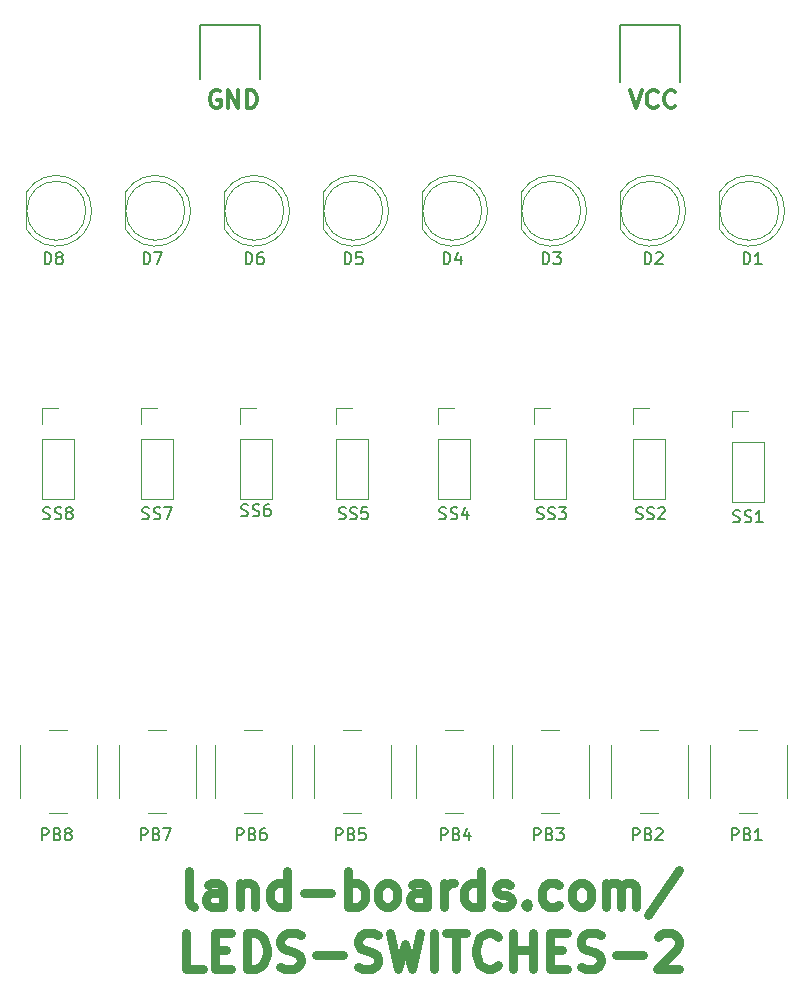
<source format=gbr>
G04 #@! TF.GenerationSoftware,KiCad,Pcbnew,(5.0.2)-1*
G04 #@! TF.CreationDate,2021-06-23T11:48:33-04:00*
G04 #@! TF.ProjectId,LEDS-SWITCHES _2,4c454453-2d53-4574-9954-43484553205f,2*
G04 #@! TF.SameCoordinates,Original*
G04 #@! TF.FileFunction,Legend,Top*
G04 #@! TF.FilePolarity,Positive*
%FSLAX46Y46*%
G04 Gerber Fmt 4.6, Leading zero omitted, Abs format (unit mm)*
G04 Created by KiCad (PCBNEW (5.0.2)-1) date 6/23/2021 11:48:33 AM*
%MOMM*%
%LPD*%
G01*
G04 APERTURE LIST*
%ADD10C,0.200000*%
%ADD11C,0.300000*%
%ADD12C,0.750000*%
%ADD13C,0.120000*%
%ADD14C,0.150000*%
G04 APERTURE END LIST*
D10*
X44958000Y-21336000D02*
X44958000Y-25908000D01*
X39878000Y-21336000D02*
X44958000Y-21336000D01*
X39878000Y-25908000D02*
X39878000Y-21336000D01*
X80518000Y-21336000D02*
X80518000Y-26162000D01*
X75438000Y-21336000D02*
X80518000Y-21336000D01*
X75438000Y-26162000D02*
X75438000Y-21336000D01*
D11*
X76232000Y-26864571D02*
X76732000Y-28364571D01*
X77232000Y-26864571D01*
X78589142Y-28221714D02*
X78517714Y-28293142D01*
X78303428Y-28364571D01*
X78160571Y-28364571D01*
X77946285Y-28293142D01*
X77803428Y-28150285D01*
X77732000Y-28007428D01*
X77660571Y-27721714D01*
X77660571Y-27507428D01*
X77732000Y-27221714D01*
X77803428Y-27078857D01*
X77946285Y-26936000D01*
X78160571Y-26864571D01*
X78303428Y-26864571D01*
X78517714Y-26936000D01*
X78589142Y-27007428D01*
X80089142Y-28221714D02*
X80017714Y-28293142D01*
X79803428Y-28364571D01*
X79660571Y-28364571D01*
X79446285Y-28293142D01*
X79303428Y-28150285D01*
X79232000Y-28007428D01*
X79160571Y-27721714D01*
X79160571Y-27507428D01*
X79232000Y-27221714D01*
X79303428Y-27078857D01*
X79446285Y-26936000D01*
X79660571Y-26864571D01*
X79803428Y-26864571D01*
X80017714Y-26936000D01*
X80089142Y-27007428D01*
X41529142Y-26936000D02*
X41386285Y-26864571D01*
X41172000Y-26864571D01*
X40957714Y-26936000D01*
X40814857Y-27078857D01*
X40743428Y-27221714D01*
X40672000Y-27507428D01*
X40672000Y-27721714D01*
X40743428Y-28007428D01*
X40814857Y-28150285D01*
X40957714Y-28293142D01*
X41172000Y-28364571D01*
X41314857Y-28364571D01*
X41529142Y-28293142D01*
X41600571Y-28221714D01*
X41600571Y-27721714D01*
X41314857Y-27721714D01*
X42243428Y-28364571D02*
X42243428Y-26864571D01*
X43100571Y-28364571D01*
X43100571Y-26864571D01*
X43814857Y-28364571D02*
X43814857Y-26864571D01*
X44172000Y-26864571D01*
X44386285Y-26936000D01*
X44529142Y-27078857D01*
X44600571Y-27221714D01*
X44672000Y-27507428D01*
X44672000Y-27721714D01*
X44600571Y-28007428D01*
X44529142Y-28150285D01*
X44386285Y-28293142D01*
X44172000Y-28364571D01*
X43814857Y-28364571D01*
D12*
X39364578Y-96014143D02*
X39078863Y-95871286D01*
X38936006Y-95585572D01*
X38936006Y-93014144D01*
X41793148Y-96014143D02*
X41793148Y-94442715D01*
X41650291Y-94157001D01*
X41364577Y-94014144D01*
X40793149Y-94014144D01*
X40507434Y-94157001D01*
X41793148Y-95871286D02*
X41507434Y-96014143D01*
X40793149Y-96014143D01*
X40507434Y-95871286D01*
X40364577Y-95585572D01*
X40364577Y-95299857D01*
X40507434Y-95014143D01*
X40793149Y-94871286D01*
X41507434Y-94871286D01*
X41793148Y-94728429D01*
X43221719Y-94014144D02*
X43221719Y-96014143D01*
X43221719Y-94299858D02*
X43364576Y-94157001D01*
X43650290Y-94014144D01*
X44078862Y-94014144D01*
X44364576Y-94157001D01*
X44507433Y-94442715D01*
X44507433Y-96014143D01*
X47221718Y-96014143D02*
X47221718Y-93014144D01*
X47221718Y-95871286D02*
X46936004Y-96014143D01*
X46364575Y-96014143D01*
X46078861Y-95871286D01*
X45936004Y-95728429D01*
X45793147Y-95442715D01*
X45793147Y-94585572D01*
X45936004Y-94299858D01*
X46078861Y-94157001D01*
X46364575Y-94014144D01*
X46936004Y-94014144D01*
X47221718Y-94157001D01*
X48650289Y-94871286D02*
X50936002Y-94871286D01*
X52364573Y-96014143D02*
X52364573Y-93014144D01*
X52364573Y-94157001D02*
X52650287Y-94014144D01*
X53221716Y-94014144D01*
X53507430Y-94157001D01*
X53650287Y-94299858D01*
X53793144Y-94585572D01*
X53793144Y-95442715D01*
X53650287Y-95728429D01*
X53507430Y-95871286D01*
X53221716Y-96014143D01*
X52650287Y-96014143D01*
X52364573Y-95871286D01*
X55507429Y-96014143D02*
X55221715Y-95871286D01*
X55078858Y-95728429D01*
X54936001Y-95442715D01*
X54936001Y-94585572D01*
X55078858Y-94299858D01*
X55221715Y-94157001D01*
X55507429Y-94014144D01*
X55936001Y-94014144D01*
X56221715Y-94157001D01*
X56364572Y-94299858D01*
X56507429Y-94585572D01*
X56507429Y-95442715D01*
X56364572Y-95728429D01*
X56221715Y-95871286D01*
X55936001Y-96014143D01*
X55507429Y-96014143D01*
X59078857Y-96014143D02*
X59078857Y-94442715D01*
X58936000Y-94157001D01*
X58650285Y-94014144D01*
X58078857Y-94014144D01*
X57793143Y-94157001D01*
X59078857Y-95871286D02*
X58793143Y-96014143D01*
X58078857Y-96014143D01*
X57793143Y-95871286D01*
X57650286Y-95585572D01*
X57650286Y-95299857D01*
X57793143Y-95014143D01*
X58078857Y-94871286D01*
X58793143Y-94871286D01*
X59078857Y-94728429D01*
X60507428Y-96014143D02*
X60507428Y-94014144D01*
X60507428Y-94585572D02*
X60650285Y-94299858D01*
X60793142Y-94157001D01*
X61078856Y-94014144D01*
X61364570Y-94014144D01*
X63650284Y-96014143D02*
X63650284Y-93014144D01*
X63650284Y-95871286D02*
X63364570Y-96014143D01*
X62793141Y-96014143D01*
X62507427Y-95871286D01*
X62364570Y-95728429D01*
X62221713Y-95442715D01*
X62221713Y-94585572D01*
X62364570Y-94299858D01*
X62507427Y-94157001D01*
X62793141Y-94014144D01*
X63364570Y-94014144D01*
X63650284Y-94157001D01*
X64935998Y-95871286D02*
X65221712Y-96014143D01*
X65793140Y-96014143D01*
X66078854Y-95871286D01*
X66221712Y-95585572D01*
X66221712Y-95442715D01*
X66078854Y-95157000D01*
X65793140Y-95014143D01*
X65364569Y-95014143D01*
X65078855Y-94871286D01*
X64935998Y-94585572D01*
X64935998Y-94442715D01*
X65078855Y-94157001D01*
X65364569Y-94014144D01*
X65793140Y-94014144D01*
X66078854Y-94157001D01*
X67507425Y-95728429D02*
X67650282Y-95871286D01*
X67507425Y-96014143D01*
X67364568Y-95871286D01*
X67507425Y-95728429D01*
X67507425Y-96014143D01*
X70221710Y-95871286D02*
X69935996Y-96014143D01*
X69364568Y-96014143D01*
X69078853Y-95871286D01*
X68935996Y-95728429D01*
X68793139Y-95442715D01*
X68793139Y-94585572D01*
X68935996Y-94299858D01*
X69078853Y-94157001D01*
X69364568Y-94014144D01*
X69935996Y-94014144D01*
X70221710Y-94157001D01*
X71935995Y-96014143D02*
X71650281Y-95871286D01*
X71507424Y-95728429D01*
X71364567Y-95442715D01*
X71364567Y-94585572D01*
X71507424Y-94299858D01*
X71650281Y-94157001D01*
X71935995Y-94014144D01*
X72364567Y-94014144D01*
X72650281Y-94157001D01*
X72793138Y-94299858D01*
X72935995Y-94585572D01*
X72935995Y-95442715D01*
X72793138Y-95728429D01*
X72650281Y-95871286D01*
X72364567Y-96014143D01*
X71935995Y-96014143D01*
X74221709Y-96014143D02*
X74221709Y-94014144D01*
X74221709Y-94299858D02*
X74364566Y-94157001D01*
X74650280Y-94014144D01*
X75078851Y-94014144D01*
X75364566Y-94157001D01*
X75507423Y-94442715D01*
X75507423Y-96014143D01*
X75507423Y-94442715D02*
X75650280Y-94157001D01*
X75935994Y-94014144D01*
X76364565Y-94014144D01*
X76650279Y-94157001D01*
X76793137Y-94442715D01*
X76793137Y-96014143D01*
X80364564Y-92871287D02*
X77793136Y-96728428D01*
X40078863Y-101264142D02*
X38650292Y-101264142D01*
X38650292Y-98264143D01*
X41078863Y-99692714D02*
X42078862Y-99692714D01*
X42507434Y-101264142D02*
X41078863Y-101264142D01*
X41078863Y-98264143D01*
X42507434Y-98264143D01*
X43793148Y-101264142D02*
X43793148Y-98264143D01*
X44507433Y-98264143D01*
X44936004Y-98407000D01*
X45221719Y-98692714D01*
X45364576Y-98978428D01*
X45507433Y-99549857D01*
X45507433Y-99978428D01*
X45364576Y-100549856D01*
X45221719Y-100835571D01*
X44936004Y-101121285D01*
X44507433Y-101264142D01*
X43793148Y-101264142D01*
X46650289Y-101121285D02*
X47078861Y-101264142D01*
X47793146Y-101264142D01*
X48078860Y-101121285D01*
X48221718Y-100978428D01*
X48364575Y-100692714D01*
X48364575Y-100406999D01*
X48221718Y-100121285D01*
X48078860Y-99978428D01*
X47793146Y-99835571D01*
X47221718Y-99692714D01*
X46936004Y-99549857D01*
X46793147Y-99407000D01*
X46650289Y-99121285D01*
X46650289Y-98835571D01*
X46793147Y-98549857D01*
X46936004Y-98407000D01*
X47221718Y-98264143D01*
X47936003Y-98264143D01*
X48364575Y-98407000D01*
X49650288Y-100121285D02*
X51936002Y-100121285D01*
X53221716Y-101121285D02*
X53650287Y-101264142D01*
X54364573Y-101264142D01*
X54650287Y-101121285D01*
X54793144Y-100978428D01*
X54936001Y-100692714D01*
X54936001Y-100406999D01*
X54793144Y-100121285D01*
X54650287Y-99978428D01*
X54364573Y-99835571D01*
X53793144Y-99692714D01*
X53507430Y-99549857D01*
X53364573Y-99407000D01*
X53221716Y-99121285D01*
X53221716Y-98835571D01*
X53364573Y-98549857D01*
X53507430Y-98407000D01*
X53793144Y-98264143D01*
X54507430Y-98264143D01*
X54936001Y-98407000D01*
X55936001Y-98264143D02*
X56650286Y-101264142D01*
X57221715Y-99121285D01*
X57793143Y-101264142D01*
X58507428Y-98264143D01*
X59650285Y-101264142D02*
X59650285Y-98264143D01*
X60650285Y-98264143D02*
X62364570Y-98264143D01*
X61507427Y-101264142D02*
X61507427Y-98264143D01*
X65078855Y-100978428D02*
X64935998Y-101121285D01*
X64507426Y-101264142D01*
X64221712Y-101264142D01*
X63793141Y-101121285D01*
X63507427Y-100835571D01*
X63364570Y-100549856D01*
X63221713Y-99978428D01*
X63221713Y-99549857D01*
X63364570Y-98978428D01*
X63507427Y-98692714D01*
X63793141Y-98407000D01*
X64221712Y-98264143D01*
X64507426Y-98264143D01*
X64935998Y-98407000D01*
X65078855Y-98549857D01*
X66364569Y-101264142D02*
X66364569Y-98264143D01*
X66364569Y-99692714D02*
X68078854Y-99692714D01*
X68078854Y-101264142D02*
X68078854Y-98264143D01*
X69507425Y-99692714D02*
X70507424Y-99692714D01*
X70935996Y-101264142D02*
X69507425Y-101264142D01*
X69507425Y-98264143D01*
X70935996Y-98264143D01*
X72078852Y-101121285D02*
X72507424Y-101264142D01*
X73221709Y-101264142D01*
X73507423Y-101121285D01*
X73650280Y-100978428D01*
X73793138Y-100692714D01*
X73793138Y-100406999D01*
X73650280Y-100121285D01*
X73507423Y-99978428D01*
X73221709Y-99835571D01*
X72650281Y-99692714D01*
X72364567Y-99549857D01*
X72221710Y-99407000D01*
X72078852Y-99121285D01*
X72078852Y-98835571D01*
X72221710Y-98549857D01*
X72364567Y-98407000D01*
X72650281Y-98264143D01*
X73364566Y-98264143D01*
X73793138Y-98407000D01*
X75078851Y-100121285D02*
X77364565Y-100121285D01*
X78650279Y-98549857D02*
X78793136Y-98407000D01*
X79078850Y-98264143D01*
X79793136Y-98264143D01*
X80078850Y-98407000D01*
X80221707Y-98549857D01*
X80364564Y-98835571D01*
X80364564Y-99121285D01*
X80221707Y-99549857D01*
X78507422Y-101264142D01*
X80364564Y-101264142D01*
D13*
G04 #@! TO.C,D1*
X83800000Y-35539000D02*
X83800000Y-38629000D01*
X88860000Y-37084000D02*
G75*
G03X88860000Y-37084000I-2500000J0D01*
G01*
X89350000Y-37083538D02*
G75*
G02X83800000Y-38628830I-2990000J-462D01*
G01*
X89350000Y-37084462D02*
G75*
G03X83800000Y-35539170I-2990000J462D01*
G01*
G04 #@! TO.C,D2*
X80968000Y-37084462D02*
G75*
G03X75418000Y-35539170I-2990000J462D01*
G01*
X80968000Y-37083538D02*
G75*
G02X75418000Y-38628830I-2990000J-462D01*
G01*
X80478000Y-37084000D02*
G75*
G03X80478000Y-37084000I-2500000J0D01*
G01*
X75418000Y-35539000D02*
X75418000Y-38629000D01*
G04 #@! TO.C,D3*
X72586000Y-37084462D02*
G75*
G03X67036000Y-35539170I-2990000J462D01*
G01*
X72586000Y-37083538D02*
G75*
G02X67036000Y-38628830I-2990000J-462D01*
G01*
X72096000Y-37084000D02*
G75*
G03X72096000Y-37084000I-2500000J0D01*
G01*
X67036000Y-35539000D02*
X67036000Y-38629000D01*
G04 #@! TO.C,D4*
X58654000Y-35539000D02*
X58654000Y-38629000D01*
X63714000Y-37084000D02*
G75*
G03X63714000Y-37084000I-2500000J0D01*
G01*
X64204000Y-37083538D02*
G75*
G02X58654000Y-38628830I-2990000J-462D01*
G01*
X64204000Y-37084462D02*
G75*
G03X58654000Y-35539170I-2990000J462D01*
G01*
G04 #@! TO.C,D5*
X55822000Y-37084462D02*
G75*
G03X50272000Y-35539170I-2990000J462D01*
G01*
X55822000Y-37083538D02*
G75*
G02X50272000Y-38628830I-2990000J-462D01*
G01*
X55332000Y-37084000D02*
G75*
G03X55332000Y-37084000I-2500000J0D01*
G01*
X50272000Y-35539000D02*
X50272000Y-38629000D01*
G04 #@! TO.C,D6*
X41890000Y-35539000D02*
X41890000Y-38629000D01*
X46950000Y-37084000D02*
G75*
G03X46950000Y-37084000I-2500000J0D01*
G01*
X47440000Y-37083538D02*
G75*
G02X41890000Y-38628830I-2990000J-462D01*
G01*
X47440000Y-37084462D02*
G75*
G03X41890000Y-35539170I-2990000J462D01*
G01*
G04 #@! TO.C,D7*
X39058000Y-37084462D02*
G75*
G03X33508000Y-35539170I-2990000J462D01*
G01*
X39058000Y-37083538D02*
G75*
G02X33508000Y-38628830I-2990000J-462D01*
G01*
X38568000Y-37084000D02*
G75*
G03X38568000Y-37084000I-2500000J0D01*
G01*
X33508000Y-35539000D02*
X33508000Y-38629000D01*
G04 #@! TO.C,D8*
X25126000Y-35539000D02*
X25126000Y-38629000D01*
X30186000Y-37084000D02*
G75*
G03X30186000Y-37084000I-2500000J0D01*
G01*
X30676000Y-37083538D02*
G75*
G02X25126000Y-38628830I-2990000J-462D01*
G01*
X30676000Y-37084462D02*
G75*
G03X25126000Y-35539170I-2990000J462D01*
G01*
G04 #@! TO.C,SS8*
X26483000Y-53788000D02*
X27813000Y-53788000D01*
X26483000Y-55118000D02*
X26483000Y-53788000D01*
X26483000Y-56388000D02*
X29143000Y-56388000D01*
X29143000Y-56388000D02*
X29143000Y-61528000D01*
X26483000Y-56388000D02*
X26483000Y-61528000D01*
X26483000Y-61528000D02*
X29143000Y-61528000D01*
G04 #@! TO.C,SS7*
X34865000Y-61528000D02*
X37525000Y-61528000D01*
X34865000Y-56388000D02*
X34865000Y-61528000D01*
X37525000Y-56388000D02*
X37525000Y-61528000D01*
X34865000Y-56388000D02*
X37525000Y-56388000D01*
X34865000Y-55118000D02*
X34865000Y-53788000D01*
X34865000Y-53788000D02*
X36195000Y-53788000D01*
G04 #@! TO.C,SS6*
X43247000Y-53788000D02*
X44577000Y-53788000D01*
X43247000Y-55118000D02*
X43247000Y-53788000D01*
X43247000Y-56388000D02*
X45907000Y-56388000D01*
X45907000Y-56388000D02*
X45907000Y-61528000D01*
X43247000Y-56388000D02*
X43247000Y-61528000D01*
X43247000Y-61528000D02*
X45907000Y-61528000D01*
G04 #@! TO.C,SS5*
X51375000Y-61528000D02*
X54035000Y-61528000D01*
X51375000Y-56388000D02*
X51375000Y-61528000D01*
X54035000Y-56388000D02*
X54035000Y-61528000D01*
X51375000Y-56388000D02*
X54035000Y-56388000D01*
X51375000Y-55118000D02*
X51375000Y-53788000D01*
X51375000Y-53788000D02*
X52705000Y-53788000D01*
G04 #@! TO.C,SS4*
X60011000Y-53788000D02*
X61341000Y-53788000D01*
X60011000Y-55118000D02*
X60011000Y-53788000D01*
X60011000Y-56388000D02*
X62671000Y-56388000D01*
X62671000Y-56388000D02*
X62671000Y-61528000D01*
X60011000Y-56388000D02*
X60011000Y-61528000D01*
X60011000Y-61528000D02*
X62671000Y-61528000D01*
G04 #@! TO.C,SS3*
X68139000Y-61528000D02*
X70799000Y-61528000D01*
X68139000Y-56388000D02*
X68139000Y-61528000D01*
X70799000Y-56388000D02*
X70799000Y-61528000D01*
X68139000Y-56388000D02*
X70799000Y-56388000D01*
X68139000Y-55118000D02*
X68139000Y-53788000D01*
X68139000Y-53788000D02*
X69469000Y-53788000D01*
G04 #@! TO.C,SS2*
X76521000Y-53788000D02*
X77851000Y-53788000D01*
X76521000Y-55118000D02*
X76521000Y-53788000D01*
X76521000Y-56388000D02*
X79181000Y-56388000D01*
X79181000Y-56388000D02*
X79181000Y-61528000D01*
X76521000Y-56388000D02*
X76521000Y-61528000D01*
X76521000Y-61528000D02*
X79181000Y-61528000D01*
G04 #@! TO.C,SS1*
X84903000Y-61782000D02*
X87563000Y-61782000D01*
X84903000Y-56642000D02*
X84903000Y-61782000D01*
X87563000Y-56642000D02*
X87563000Y-61782000D01*
X84903000Y-56642000D02*
X87563000Y-56642000D01*
X84903000Y-55372000D02*
X84903000Y-54042000D01*
X84903000Y-54042000D02*
X86233000Y-54042000D01*
G04 #@! TO.C,PB8*
X24599000Y-82280000D02*
X24599000Y-86780000D01*
X28599000Y-81030000D02*
X27099000Y-81030000D01*
X31099000Y-86780000D02*
X31099000Y-82280000D01*
X27099000Y-88030000D02*
X28599000Y-88030000D01*
G04 #@! TO.C,PB7*
X35481000Y-88030000D02*
X36981000Y-88030000D01*
X39481000Y-86780000D02*
X39481000Y-82280000D01*
X36981000Y-81030000D02*
X35481000Y-81030000D01*
X32981000Y-82280000D02*
X32981000Y-86780000D01*
G04 #@! TO.C,PB6*
X41109000Y-82280000D02*
X41109000Y-86780000D01*
X45109000Y-81030000D02*
X43609000Y-81030000D01*
X47609000Y-86780000D02*
X47609000Y-82280000D01*
X43609000Y-88030000D02*
X45109000Y-88030000D01*
G04 #@! TO.C,PB5*
X51991000Y-88030000D02*
X53491000Y-88030000D01*
X55991000Y-86780000D02*
X55991000Y-82280000D01*
X53491000Y-81030000D02*
X51991000Y-81030000D01*
X49491000Y-82280000D02*
X49491000Y-86780000D01*
G04 #@! TO.C,PB4*
X58127000Y-82280000D02*
X58127000Y-86780000D01*
X62127000Y-81030000D02*
X60627000Y-81030000D01*
X64627000Y-86780000D02*
X64627000Y-82280000D01*
X60627000Y-88030000D02*
X62127000Y-88030000D01*
G04 #@! TO.C,PB3*
X68755000Y-88030000D02*
X70255000Y-88030000D01*
X72755000Y-86780000D02*
X72755000Y-82280000D01*
X70255000Y-81030000D02*
X68755000Y-81030000D01*
X66255000Y-82280000D02*
X66255000Y-86780000D01*
G04 #@! TO.C,PB2*
X74637000Y-82280000D02*
X74637000Y-86780000D01*
X78637000Y-81030000D02*
X77137000Y-81030000D01*
X81137000Y-86780000D02*
X81137000Y-82280000D01*
X77137000Y-88030000D02*
X78637000Y-88030000D01*
G04 #@! TO.C,PB1*
X85519000Y-88030000D02*
X87019000Y-88030000D01*
X89519000Y-86780000D02*
X89519000Y-82280000D01*
X87019000Y-81030000D02*
X85519000Y-81030000D01*
X83019000Y-82280000D02*
X83019000Y-86780000D01*
G04 #@! TO.C,D1*
D14*
X85875904Y-41600380D02*
X85875904Y-40600380D01*
X86114000Y-40600380D01*
X86256857Y-40648000D01*
X86352095Y-40743238D01*
X86399714Y-40838476D01*
X86447333Y-41028952D01*
X86447333Y-41171809D01*
X86399714Y-41362285D01*
X86352095Y-41457523D01*
X86256857Y-41552761D01*
X86114000Y-41600380D01*
X85875904Y-41600380D01*
X87399714Y-41600380D02*
X86828285Y-41600380D01*
X87114000Y-41600380D02*
X87114000Y-40600380D01*
X87018761Y-40743238D01*
X86923523Y-40838476D01*
X86828285Y-40886095D01*
G04 #@! TO.C,D2*
X77493904Y-41600380D02*
X77493904Y-40600380D01*
X77732000Y-40600380D01*
X77874857Y-40648000D01*
X77970095Y-40743238D01*
X78017714Y-40838476D01*
X78065333Y-41028952D01*
X78065333Y-41171809D01*
X78017714Y-41362285D01*
X77970095Y-41457523D01*
X77874857Y-41552761D01*
X77732000Y-41600380D01*
X77493904Y-41600380D01*
X78446285Y-40695619D02*
X78493904Y-40648000D01*
X78589142Y-40600380D01*
X78827238Y-40600380D01*
X78922476Y-40648000D01*
X78970095Y-40695619D01*
X79017714Y-40790857D01*
X79017714Y-40886095D01*
X78970095Y-41028952D01*
X78398666Y-41600380D01*
X79017714Y-41600380D01*
G04 #@! TO.C,D3*
X68857904Y-41600380D02*
X68857904Y-40600380D01*
X69096000Y-40600380D01*
X69238857Y-40648000D01*
X69334095Y-40743238D01*
X69381714Y-40838476D01*
X69429333Y-41028952D01*
X69429333Y-41171809D01*
X69381714Y-41362285D01*
X69334095Y-41457523D01*
X69238857Y-41552761D01*
X69096000Y-41600380D01*
X68857904Y-41600380D01*
X69762666Y-40600380D02*
X70381714Y-40600380D01*
X70048380Y-40981333D01*
X70191238Y-40981333D01*
X70286476Y-41028952D01*
X70334095Y-41076571D01*
X70381714Y-41171809D01*
X70381714Y-41409904D01*
X70334095Y-41505142D01*
X70286476Y-41552761D01*
X70191238Y-41600380D01*
X69905523Y-41600380D01*
X69810285Y-41552761D01*
X69762666Y-41505142D01*
G04 #@! TO.C,D4*
X60475904Y-41600380D02*
X60475904Y-40600380D01*
X60714000Y-40600380D01*
X60856857Y-40648000D01*
X60952095Y-40743238D01*
X60999714Y-40838476D01*
X61047333Y-41028952D01*
X61047333Y-41171809D01*
X60999714Y-41362285D01*
X60952095Y-41457523D01*
X60856857Y-41552761D01*
X60714000Y-41600380D01*
X60475904Y-41600380D01*
X61904476Y-40933714D02*
X61904476Y-41600380D01*
X61666380Y-40552761D02*
X61428285Y-41267047D01*
X62047333Y-41267047D01*
G04 #@! TO.C,D5*
X52093904Y-41600380D02*
X52093904Y-40600380D01*
X52332000Y-40600380D01*
X52474857Y-40648000D01*
X52570095Y-40743238D01*
X52617714Y-40838476D01*
X52665333Y-41028952D01*
X52665333Y-41171809D01*
X52617714Y-41362285D01*
X52570095Y-41457523D01*
X52474857Y-41552761D01*
X52332000Y-41600380D01*
X52093904Y-41600380D01*
X53570095Y-40600380D02*
X53093904Y-40600380D01*
X53046285Y-41076571D01*
X53093904Y-41028952D01*
X53189142Y-40981333D01*
X53427238Y-40981333D01*
X53522476Y-41028952D01*
X53570095Y-41076571D01*
X53617714Y-41171809D01*
X53617714Y-41409904D01*
X53570095Y-41505142D01*
X53522476Y-41552761D01*
X53427238Y-41600380D01*
X53189142Y-41600380D01*
X53093904Y-41552761D01*
X53046285Y-41505142D01*
G04 #@! TO.C,D6*
X43711904Y-41600380D02*
X43711904Y-40600380D01*
X43950000Y-40600380D01*
X44092857Y-40648000D01*
X44188095Y-40743238D01*
X44235714Y-40838476D01*
X44283333Y-41028952D01*
X44283333Y-41171809D01*
X44235714Y-41362285D01*
X44188095Y-41457523D01*
X44092857Y-41552761D01*
X43950000Y-41600380D01*
X43711904Y-41600380D01*
X45140476Y-40600380D02*
X44950000Y-40600380D01*
X44854761Y-40648000D01*
X44807142Y-40695619D01*
X44711904Y-40838476D01*
X44664285Y-41028952D01*
X44664285Y-41409904D01*
X44711904Y-41505142D01*
X44759523Y-41552761D01*
X44854761Y-41600380D01*
X45045238Y-41600380D01*
X45140476Y-41552761D01*
X45188095Y-41505142D01*
X45235714Y-41409904D01*
X45235714Y-41171809D01*
X45188095Y-41076571D01*
X45140476Y-41028952D01*
X45045238Y-40981333D01*
X44854761Y-40981333D01*
X44759523Y-41028952D01*
X44711904Y-41076571D01*
X44664285Y-41171809D01*
G04 #@! TO.C,D7*
X35075904Y-41600380D02*
X35075904Y-40600380D01*
X35314000Y-40600380D01*
X35456857Y-40648000D01*
X35552095Y-40743238D01*
X35599714Y-40838476D01*
X35647333Y-41028952D01*
X35647333Y-41171809D01*
X35599714Y-41362285D01*
X35552095Y-41457523D01*
X35456857Y-41552761D01*
X35314000Y-41600380D01*
X35075904Y-41600380D01*
X35980666Y-40600380D02*
X36647333Y-40600380D01*
X36218761Y-41600380D01*
G04 #@! TO.C,D8*
X26693904Y-41600380D02*
X26693904Y-40600380D01*
X26932000Y-40600380D01*
X27074857Y-40648000D01*
X27170095Y-40743238D01*
X27217714Y-40838476D01*
X27265333Y-41028952D01*
X27265333Y-41171809D01*
X27217714Y-41362285D01*
X27170095Y-41457523D01*
X27074857Y-41552761D01*
X26932000Y-41600380D01*
X26693904Y-41600380D01*
X27836761Y-41028952D02*
X27741523Y-40981333D01*
X27693904Y-40933714D01*
X27646285Y-40838476D01*
X27646285Y-40790857D01*
X27693904Y-40695619D01*
X27741523Y-40648000D01*
X27836761Y-40600380D01*
X28027238Y-40600380D01*
X28122476Y-40648000D01*
X28170095Y-40695619D01*
X28217714Y-40790857D01*
X28217714Y-40838476D01*
X28170095Y-40933714D01*
X28122476Y-40981333D01*
X28027238Y-41028952D01*
X27836761Y-41028952D01*
X27741523Y-41076571D01*
X27693904Y-41124190D01*
X27646285Y-41219428D01*
X27646285Y-41409904D01*
X27693904Y-41505142D01*
X27741523Y-41552761D01*
X27836761Y-41600380D01*
X28027238Y-41600380D01*
X28122476Y-41552761D01*
X28170095Y-41505142D01*
X28217714Y-41409904D01*
X28217714Y-41219428D01*
X28170095Y-41124190D01*
X28122476Y-41076571D01*
X28027238Y-41028952D01*
G04 #@! TO.C,SS8*
X26574904Y-63142761D02*
X26717761Y-63190380D01*
X26955857Y-63190380D01*
X27051095Y-63142761D01*
X27098714Y-63095142D01*
X27146333Y-62999904D01*
X27146333Y-62904666D01*
X27098714Y-62809428D01*
X27051095Y-62761809D01*
X26955857Y-62714190D01*
X26765380Y-62666571D01*
X26670142Y-62618952D01*
X26622523Y-62571333D01*
X26574904Y-62476095D01*
X26574904Y-62380857D01*
X26622523Y-62285619D01*
X26670142Y-62238000D01*
X26765380Y-62190380D01*
X27003476Y-62190380D01*
X27146333Y-62238000D01*
X27527285Y-63142761D02*
X27670142Y-63190380D01*
X27908238Y-63190380D01*
X28003476Y-63142761D01*
X28051095Y-63095142D01*
X28098714Y-62999904D01*
X28098714Y-62904666D01*
X28051095Y-62809428D01*
X28003476Y-62761809D01*
X27908238Y-62714190D01*
X27717761Y-62666571D01*
X27622523Y-62618952D01*
X27574904Y-62571333D01*
X27527285Y-62476095D01*
X27527285Y-62380857D01*
X27574904Y-62285619D01*
X27622523Y-62238000D01*
X27717761Y-62190380D01*
X27955857Y-62190380D01*
X28098714Y-62238000D01*
X28670142Y-62618952D02*
X28574904Y-62571333D01*
X28527285Y-62523714D01*
X28479666Y-62428476D01*
X28479666Y-62380857D01*
X28527285Y-62285619D01*
X28574904Y-62238000D01*
X28670142Y-62190380D01*
X28860619Y-62190380D01*
X28955857Y-62238000D01*
X29003476Y-62285619D01*
X29051095Y-62380857D01*
X29051095Y-62428476D01*
X29003476Y-62523714D01*
X28955857Y-62571333D01*
X28860619Y-62618952D01*
X28670142Y-62618952D01*
X28574904Y-62666571D01*
X28527285Y-62714190D01*
X28479666Y-62809428D01*
X28479666Y-62999904D01*
X28527285Y-63095142D01*
X28574904Y-63142761D01*
X28670142Y-63190380D01*
X28860619Y-63190380D01*
X28955857Y-63142761D01*
X29003476Y-63095142D01*
X29051095Y-62999904D01*
X29051095Y-62809428D01*
X29003476Y-62714190D01*
X28955857Y-62666571D01*
X28860619Y-62618952D01*
G04 #@! TO.C,SS7*
X34956904Y-63142761D02*
X35099761Y-63190380D01*
X35337857Y-63190380D01*
X35433095Y-63142761D01*
X35480714Y-63095142D01*
X35528333Y-62999904D01*
X35528333Y-62904666D01*
X35480714Y-62809428D01*
X35433095Y-62761809D01*
X35337857Y-62714190D01*
X35147380Y-62666571D01*
X35052142Y-62618952D01*
X35004523Y-62571333D01*
X34956904Y-62476095D01*
X34956904Y-62380857D01*
X35004523Y-62285619D01*
X35052142Y-62238000D01*
X35147380Y-62190380D01*
X35385476Y-62190380D01*
X35528333Y-62238000D01*
X35909285Y-63142761D02*
X36052142Y-63190380D01*
X36290238Y-63190380D01*
X36385476Y-63142761D01*
X36433095Y-63095142D01*
X36480714Y-62999904D01*
X36480714Y-62904666D01*
X36433095Y-62809428D01*
X36385476Y-62761809D01*
X36290238Y-62714190D01*
X36099761Y-62666571D01*
X36004523Y-62618952D01*
X35956904Y-62571333D01*
X35909285Y-62476095D01*
X35909285Y-62380857D01*
X35956904Y-62285619D01*
X36004523Y-62238000D01*
X36099761Y-62190380D01*
X36337857Y-62190380D01*
X36480714Y-62238000D01*
X36814047Y-62190380D02*
X37480714Y-62190380D01*
X37052142Y-63190380D01*
G04 #@! TO.C,SS6*
X43338904Y-62888761D02*
X43481761Y-62936380D01*
X43719857Y-62936380D01*
X43815095Y-62888761D01*
X43862714Y-62841142D01*
X43910333Y-62745904D01*
X43910333Y-62650666D01*
X43862714Y-62555428D01*
X43815095Y-62507809D01*
X43719857Y-62460190D01*
X43529380Y-62412571D01*
X43434142Y-62364952D01*
X43386523Y-62317333D01*
X43338904Y-62222095D01*
X43338904Y-62126857D01*
X43386523Y-62031619D01*
X43434142Y-61984000D01*
X43529380Y-61936380D01*
X43767476Y-61936380D01*
X43910333Y-61984000D01*
X44291285Y-62888761D02*
X44434142Y-62936380D01*
X44672238Y-62936380D01*
X44767476Y-62888761D01*
X44815095Y-62841142D01*
X44862714Y-62745904D01*
X44862714Y-62650666D01*
X44815095Y-62555428D01*
X44767476Y-62507809D01*
X44672238Y-62460190D01*
X44481761Y-62412571D01*
X44386523Y-62364952D01*
X44338904Y-62317333D01*
X44291285Y-62222095D01*
X44291285Y-62126857D01*
X44338904Y-62031619D01*
X44386523Y-61984000D01*
X44481761Y-61936380D01*
X44719857Y-61936380D01*
X44862714Y-61984000D01*
X45719857Y-61936380D02*
X45529380Y-61936380D01*
X45434142Y-61984000D01*
X45386523Y-62031619D01*
X45291285Y-62174476D01*
X45243666Y-62364952D01*
X45243666Y-62745904D01*
X45291285Y-62841142D01*
X45338904Y-62888761D01*
X45434142Y-62936380D01*
X45624619Y-62936380D01*
X45719857Y-62888761D01*
X45767476Y-62841142D01*
X45815095Y-62745904D01*
X45815095Y-62507809D01*
X45767476Y-62412571D01*
X45719857Y-62364952D01*
X45624619Y-62317333D01*
X45434142Y-62317333D01*
X45338904Y-62364952D01*
X45291285Y-62412571D01*
X45243666Y-62507809D01*
G04 #@! TO.C,SS5*
X51593904Y-63142761D02*
X51736761Y-63190380D01*
X51974857Y-63190380D01*
X52070095Y-63142761D01*
X52117714Y-63095142D01*
X52165333Y-62999904D01*
X52165333Y-62904666D01*
X52117714Y-62809428D01*
X52070095Y-62761809D01*
X51974857Y-62714190D01*
X51784380Y-62666571D01*
X51689142Y-62618952D01*
X51641523Y-62571333D01*
X51593904Y-62476095D01*
X51593904Y-62380857D01*
X51641523Y-62285619D01*
X51689142Y-62238000D01*
X51784380Y-62190380D01*
X52022476Y-62190380D01*
X52165333Y-62238000D01*
X52546285Y-63142761D02*
X52689142Y-63190380D01*
X52927238Y-63190380D01*
X53022476Y-63142761D01*
X53070095Y-63095142D01*
X53117714Y-62999904D01*
X53117714Y-62904666D01*
X53070095Y-62809428D01*
X53022476Y-62761809D01*
X52927238Y-62714190D01*
X52736761Y-62666571D01*
X52641523Y-62618952D01*
X52593904Y-62571333D01*
X52546285Y-62476095D01*
X52546285Y-62380857D01*
X52593904Y-62285619D01*
X52641523Y-62238000D01*
X52736761Y-62190380D01*
X52974857Y-62190380D01*
X53117714Y-62238000D01*
X54022476Y-62190380D02*
X53546285Y-62190380D01*
X53498666Y-62666571D01*
X53546285Y-62618952D01*
X53641523Y-62571333D01*
X53879619Y-62571333D01*
X53974857Y-62618952D01*
X54022476Y-62666571D01*
X54070095Y-62761809D01*
X54070095Y-62999904D01*
X54022476Y-63095142D01*
X53974857Y-63142761D01*
X53879619Y-63190380D01*
X53641523Y-63190380D01*
X53546285Y-63142761D01*
X53498666Y-63095142D01*
G04 #@! TO.C,SS4*
X60102904Y-63142761D02*
X60245761Y-63190380D01*
X60483857Y-63190380D01*
X60579095Y-63142761D01*
X60626714Y-63095142D01*
X60674333Y-62999904D01*
X60674333Y-62904666D01*
X60626714Y-62809428D01*
X60579095Y-62761809D01*
X60483857Y-62714190D01*
X60293380Y-62666571D01*
X60198142Y-62618952D01*
X60150523Y-62571333D01*
X60102904Y-62476095D01*
X60102904Y-62380857D01*
X60150523Y-62285619D01*
X60198142Y-62238000D01*
X60293380Y-62190380D01*
X60531476Y-62190380D01*
X60674333Y-62238000D01*
X61055285Y-63142761D02*
X61198142Y-63190380D01*
X61436238Y-63190380D01*
X61531476Y-63142761D01*
X61579095Y-63095142D01*
X61626714Y-62999904D01*
X61626714Y-62904666D01*
X61579095Y-62809428D01*
X61531476Y-62761809D01*
X61436238Y-62714190D01*
X61245761Y-62666571D01*
X61150523Y-62618952D01*
X61102904Y-62571333D01*
X61055285Y-62476095D01*
X61055285Y-62380857D01*
X61102904Y-62285619D01*
X61150523Y-62238000D01*
X61245761Y-62190380D01*
X61483857Y-62190380D01*
X61626714Y-62238000D01*
X62483857Y-62523714D02*
X62483857Y-63190380D01*
X62245761Y-62142761D02*
X62007666Y-62857047D01*
X62626714Y-62857047D01*
G04 #@! TO.C,SS3*
X68357904Y-63142761D02*
X68500761Y-63190380D01*
X68738857Y-63190380D01*
X68834095Y-63142761D01*
X68881714Y-63095142D01*
X68929333Y-62999904D01*
X68929333Y-62904666D01*
X68881714Y-62809428D01*
X68834095Y-62761809D01*
X68738857Y-62714190D01*
X68548380Y-62666571D01*
X68453142Y-62618952D01*
X68405523Y-62571333D01*
X68357904Y-62476095D01*
X68357904Y-62380857D01*
X68405523Y-62285619D01*
X68453142Y-62238000D01*
X68548380Y-62190380D01*
X68786476Y-62190380D01*
X68929333Y-62238000D01*
X69310285Y-63142761D02*
X69453142Y-63190380D01*
X69691238Y-63190380D01*
X69786476Y-63142761D01*
X69834095Y-63095142D01*
X69881714Y-62999904D01*
X69881714Y-62904666D01*
X69834095Y-62809428D01*
X69786476Y-62761809D01*
X69691238Y-62714190D01*
X69500761Y-62666571D01*
X69405523Y-62618952D01*
X69357904Y-62571333D01*
X69310285Y-62476095D01*
X69310285Y-62380857D01*
X69357904Y-62285619D01*
X69405523Y-62238000D01*
X69500761Y-62190380D01*
X69738857Y-62190380D01*
X69881714Y-62238000D01*
X70215047Y-62190380D02*
X70834095Y-62190380D01*
X70500761Y-62571333D01*
X70643619Y-62571333D01*
X70738857Y-62618952D01*
X70786476Y-62666571D01*
X70834095Y-62761809D01*
X70834095Y-62999904D01*
X70786476Y-63095142D01*
X70738857Y-63142761D01*
X70643619Y-63190380D01*
X70357904Y-63190380D01*
X70262666Y-63142761D01*
X70215047Y-63095142D01*
G04 #@! TO.C,SS2*
X76739904Y-63142761D02*
X76882761Y-63190380D01*
X77120857Y-63190380D01*
X77216095Y-63142761D01*
X77263714Y-63095142D01*
X77311333Y-62999904D01*
X77311333Y-62904666D01*
X77263714Y-62809428D01*
X77216095Y-62761809D01*
X77120857Y-62714190D01*
X76930380Y-62666571D01*
X76835142Y-62618952D01*
X76787523Y-62571333D01*
X76739904Y-62476095D01*
X76739904Y-62380857D01*
X76787523Y-62285619D01*
X76835142Y-62238000D01*
X76930380Y-62190380D01*
X77168476Y-62190380D01*
X77311333Y-62238000D01*
X77692285Y-63142761D02*
X77835142Y-63190380D01*
X78073238Y-63190380D01*
X78168476Y-63142761D01*
X78216095Y-63095142D01*
X78263714Y-62999904D01*
X78263714Y-62904666D01*
X78216095Y-62809428D01*
X78168476Y-62761809D01*
X78073238Y-62714190D01*
X77882761Y-62666571D01*
X77787523Y-62618952D01*
X77739904Y-62571333D01*
X77692285Y-62476095D01*
X77692285Y-62380857D01*
X77739904Y-62285619D01*
X77787523Y-62238000D01*
X77882761Y-62190380D01*
X78120857Y-62190380D01*
X78263714Y-62238000D01*
X78644666Y-62285619D02*
X78692285Y-62238000D01*
X78787523Y-62190380D01*
X79025619Y-62190380D01*
X79120857Y-62238000D01*
X79168476Y-62285619D01*
X79216095Y-62380857D01*
X79216095Y-62476095D01*
X79168476Y-62618952D01*
X78597047Y-63190380D01*
X79216095Y-63190380D01*
G04 #@! TO.C,SS1*
X84994904Y-63396761D02*
X85137761Y-63444380D01*
X85375857Y-63444380D01*
X85471095Y-63396761D01*
X85518714Y-63349142D01*
X85566333Y-63253904D01*
X85566333Y-63158666D01*
X85518714Y-63063428D01*
X85471095Y-63015809D01*
X85375857Y-62968190D01*
X85185380Y-62920571D01*
X85090142Y-62872952D01*
X85042523Y-62825333D01*
X84994904Y-62730095D01*
X84994904Y-62634857D01*
X85042523Y-62539619D01*
X85090142Y-62492000D01*
X85185380Y-62444380D01*
X85423476Y-62444380D01*
X85566333Y-62492000D01*
X85947285Y-63396761D02*
X86090142Y-63444380D01*
X86328238Y-63444380D01*
X86423476Y-63396761D01*
X86471095Y-63349142D01*
X86518714Y-63253904D01*
X86518714Y-63158666D01*
X86471095Y-63063428D01*
X86423476Y-63015809D01*
X86328238Y-62968190D01*
X86137761Y-62920571D01*
X86042523Y-62872952D01*
X85994904Y-62825333D01*
X85947285Y-62730095D01*
X85947285Y-62634857D01*
X85994904Y-62539619D01*
X86042523Y-62492000D01*
X86137761Y-62444380D01*
X86375857Y-62444380D01*
X86518714Y-62492000D01*
X87471095Y-63444380D02*
X86899666Y-63444380D01*
X87185380Y-63444380D02*
X87185380Y-62444380D01*
X87090142Y-62587238D01*
X86994904Y-62682476D01*
X86899666Y-62730095D01*
G04 #@! TO.C,PB8*
X26447904Y-90368380D02*
X26447904Y-89368380D01*
X26828857Y-89368380D01*
X26924095Y-89416000D01*
X26971714Y-89463619D01*
X27019333Y-89558857D01*
X27019333Y-89701714D01*
X26971714Y-89796952D01*
X26924095Y-89844571D01*
X26828857Y-89892190D01*
X26447904Y-89892190D01*
X27781238Y-89844571D02*
X27924095Y-89892190D01*
X27971714Y-89939809D01*
X28019333Y-90035047D01*
X28019333Y-90177904D01*
X27971714Y-90273142D01*
X27924095Y-90320761D01*
X27828857Y-90368380D01*
X27447904Y-90368380D01*
X27447904Y-89368380D01*
X27781238Y-89368380D01*
X27876476Y-89416000D01*
X27924095Y-89463619D01*
X27971714Y-89558857D01*
X27971714Y-89654095D01*
X27924095Y-89749333D01*
X27876476Y-89796952D01*
X27781238Y-89844571D01*
X27447904Y-89844571D01*
X28590761Y-89796952D02*
X28495523Y-89749333D01*
X28447904Y-89701714D01*
X28400285Y-89606476D01*
X28400285Y-89558857D01*
X28447904Y-89463619D01*
X28495523Y-89416000D01*
X28590761Y-89368380D01*
X28781238Y-89368380D01*
X28876476Y-89416000D01*
X28924095Y-89463619D01*
X28971714Y-89558857D01*
X28971714Y-89606476D01*
X28924095Y-89701714D01*
X28876476Y-89749333D01*
X28781238Y-89796952D01*
X28590761Y-89796952D01*
X28495523Y-89844571D01*
X28447904Y-89892190D01*
X28400285Y-89987428D01*
X28400285Y-90177904D01*
X28447904Y-90273142D01*
X28495523Y-90320761D01*
X28590761Y-90368380D01*
X28781238Y-90368380D01*
X28876476Y-90320761D01*
X28924095Y-90273142D01*
X28971714Y-90177904D01*
X28971714Y-89987428D01*
X28924095Y-89892190D01*
X28876476Y-89844571D01*
X28781238Y-89796952D01*
G04 #@! TO.C,PB7*
X34829904Y-90368380D02*
X34829904Y-89368380D01*
X35210857Y-89368380D01*
X35306095Y-89416000D01*
X35353714Y-89463619D01*
X35401333Y-89558857D01*
X35401333Y-89701714D01*
X35353714Y-89796952D01*
X35306095Y-89844571D01*
X35210857Y-89892190D01*
X34829904Y-89892190D01*
X36163238Y-89844571D02*
X36306095Y-89892190D01*
X36353714Y-89939809D01*
X36401333Y-90035047D01*
X36401333Y-90177904D01*
X36353714Y-90273142D01*
X36306095Y-90320761D01*
X36210857Y-90368380D01*
X35829904Y-90368380D01*
X35829904Y-89368380D01*
X36163238Y-89368380D01*
X36258476Y-89416000D01*
X36306095Y-89463619D01*
X36353714Y-89558857D01*
X36353714Y-89654095D01*
X36306095Y-89749333D01*
X36258476Y-89796952D01*
X36163238Y-89844571D01*
X35829904Y-89844571D01*
X36734666Y-89368380D02*
X37401333Y-89368380D01*
X36972761Y-90368380D01*
G04 #@! TO.C,PB6*
X42957904Y-90368380D02*
X42957904Y-89368380D01*
X43338857Y-89368380D01*
X43434095Y-89416000D01*
X43481714Y-89463619D01*
X43529333Y-89558857D01*
X43529333Y-89701714D01*
X43481714Y-89796952D01*
X43434095Y-89844571D01*
X43338857Y-89892190D01*
X42957904Y-89892190D01*
X44291238Y-89844571D02*
X44434095Y-89892190D01*
X44481714Y-89939809D01*
X44529333Y-90035047D01*
X44529333Y-90177904D01*
X44481714Y-90273142D01*
X44434095Y-90320761D01*
X44338857Y-90368380D01*
X43957904Y-90368380D01*
X43957904Y-89368380D01*
X44291238Y-89368380D01*
X44386476Y-89416000D01*
X44434095Y-89463619D01*
X44481714Y-89558857D01*
X44481714Y-89654095D01*
X44434095Y-89749333D01*
X44386476Y-89796952D01*
X44291238Y-89844571D01*
X43957904Y-89844571D01*
X45386476Y-89368380D02*
X45196000Y-89368380D01*
X45100761Y-89416000D01*
X45053142Y-89463619D01*
X44957904Y-89606476D01*
X44910285Y-89796952D01*
X44910285Y-90177904D01*
X44957904Y-90273142D01*
X45005523Y-90320761D01*
X45100761Y-90368380D01*
X45291238Y-90368380D01*
X45386476Y-90320761D01*
X45434095Y-90273142D01*
X45481714Y-90177904D01*
X45481714Y-89939809D01*
X45434095Y-89844571D01*
X45386476Y-89796952D01*
X45291238Y-89749333D01*
X45100761Y-89749333D01*
X45005523Y-89796952D01*
X44957904Y-89844571D01*
X44910285Y-89939809D01*
G04 #@! TO.C,PB5*
X51339904Y-90368380D02*
X51339904Y-89368380D01*
X51720857Y-89368380D01*
X51816095Y-89416000D01*
X51863714Y-89463619D01*
X51911333Y-89558857D01*
X51911333Y-89701714D01*
X51863714Y-89796952D01*
X51816095Y-89844571D01*
X51720857Y-89892190D01*
X51339904Y-89892190D01*
X52673238Y-89844571D02*
X52816095Y-89892190D01*
X52863714Y-89939809D01*
X52911333Y-90035047D01*
X52911333Y-90177904D01*
X52863714Y-90273142D01*
X52816095Y-90320761D01*
X52720857Y-90368380D01*
X52339904Y-90368380D01*
X52339904Y-89368380D01*
X52673238Y-89368380D01*
X52768476Y-89416000D01*
X52816095Y-89463619D01*
X52863714Y-89558857D01*
X52863714Y-89654095D01*
X52816095Y-89749333D01*
X52768476Y-89796952D01*
X52673238Y-89844571D01*
X52339904Y-89844571D01*
X53816095Y-89368380D02*
X53339904Y-89368380D01*
X53292285Y-89844571D01*
X53339904Y-89796952D01*
X53435142Y-89749333D01*
X53673238Y-89749333D01*
X53768476Y-89796952D01*
X53816095Y-89844571D01*
X53863714Y-89939809D01*
X53863714Y-90177904D01*
X53816095Y-90273142D01*
X53768476Y-90320761D01*
X53673238Y-90368380D01*
X53435142Y-90368380D01*
X53339904Y-90320761D01*
X53292285Y-90273142D01*
G04 #@! TO.C,PB4*
X60229904Y-90368380D02*
X60229904Y-89368380D01*
X60610857Y-89368380D01*
X60706095Y-89416000D01*
X60753714Y-89463619D01*
X60801333Y-89558857D01*
X60801333Y-89701714D01*
X60753714Y-89796952D01*
X60706095Y-89844571D01*
X60610857Y-89892190D01*
X60229904Y-89892190D01*
X61563238Y-89844571D02*
X61706095Y-89892190D01*
X61753714Y-89939809D01*
X61801333Y-90035047D01*
X61801333Y-90177904D01*
X61753714Y-90273142D01*
X61706095Y-90320761D01*
X61610857Y-90368380D01*
X61229904Y-90368380D01*
X61229904Y-89368380D01*
X61563238Y-89368380D01*
X61658476Y-89416000D01*
X61706095Y-89463619D01*
X61753714Y-89558857D01*
X61753714Y-89654095D01*
X61706095Y-89749333D01*
X61658476Y-89796952D01*
X61563238Y-89844571D01*
X61229904Y-89844571D01*
X62658476Y-89701714D02*
X62658476Y-90368380D01*
X62420380Y-89320761D02*
X62182285Y-90035047D01*
X62801333Y-90035047D01*
G04 #@! TO.C,PB3*
X68103904Y-90368380D02*
X68103904Y-89368380D01*
X68484857Y-89368380D01*
X68580095Y-89416000D01*
X68627714Y-89463619D01*
X68675333Y-89558857D01*
X68675333Y-89701714D01*
X68627714Y-89796952D01*
X68580095Y-89844571D01*
X68484857Y-89892190D01*
X68103904Y-89892190D01*
X69437238Y-89844571D02*
X69580095Y-89892190D01*
X69627714Y-89939809D01*
X69675333Y-90035047D01*
X69675333Y-90177904D01*
X69627714Y-90273142D01*
X69580095Y-90320761D01*
X69484857Y-90368380D01*
X69103904Y-90368380D01*
X69103904Y-89368380D01*
X69437238Y-89368380D01*
X69532476Y-89416000D01*
X69580095Y-89463619D01*
X69627714Y-89558857D01*
X69627714Y-89654095D01*
X69580095Y-89749333D01*
X69532476Y-89796952D01*
X69437238Y-89844571D01*
X69103904Y-89844571D01*
X70008666Y-89368380D02*
X70627714Y-89368380D01*
X70294380Y-89749333D01*
X70437238Y-89749333D01*
X70532476Y-89796952D01*
X70580095Y-89844571D01*
X70627714Y-89939809D01*
X70627714Y-90177904D01*
X70580095Y-90273142D01*
X70532476Y-90320761D01*
X70437238Y-90368380D01*
X70151523Y-90368380D01*
X70056285Y-90320761D01*
X70008666Y-90273142D01*
G04 #@! TO.C,PB2*
X76485904Y-90368380D02*
X76485904Y-89368380D01*
X76866857Y-89368380D01*
X76962095Y-89416000D01*
X77009714Y-89463619D01*
X77057333Y-89558857D01*
X77057333Y-89701714D01*
X77009714Y-89796952D01*
X76962095Y-89844571D01*
X76866857Y-89892190D01*
X76485904Y-89892190D01*
X77819238Y-89844571D02*
X77962095Y-89892190D01*
X78009714Y-89939809D01*
X78057333Y-90035047D01*
X78057333Y-90177904D01*
X78009714Y-90273142D01*
X77962095Y-90320761D01*
X77866857Y-90368380D01*
X77485904Y-90368380D01*
X77485904Y-89368380D01*
X77819238Y-89368380D01*
X77914476Y-89416000D01*
X77962095Y-89463619D01*
X78009714Y-89558857D01*
X78009714Y-89654095D01*
X77962095Y-89749333D01*
X77914476Y-89796952D01*
X77819238Y-89844571D01*
X77485904Y-89844571D01*
X78438285Y-89463619D02*
X78485904Y-89416000D01*
X78581142Y-89368380D01*
X78819238Y-89368380D01*
X78914476Y-89416000D01*
X78962095Y-89463619D01*
X79009714Y-89558857D01*
X79009714Y-89654095D01*
X78962095Y-89796952D01*
X78390666Y-90368380D01*
X79009714Y-90368380D01*
G04 #@! TO.C,PB1*
X84867904Y-90368380D02*
X84867904Y-89368380D01*
X85248857Y-89368380D01*
X85344095Y-89416000D01*
X85391714Y-89463619D01*
X85439333Y-89558857D01*
X85439333Y-89701714D01*
X85391714Y-89796952D01*
X85344095Y-89844571D01*
X85248857Y-89892190D01*
X84867904Y-89892190D01*
X86201238Y-89844571D02*
X86344095Y-89892190D01*
X86391714Y-89939809D01*
X86439333Y-90035047D01*
X86439333Y-90177904D01*
X86391714Y-90273142D01*
X86344095Y-90320761D01*
X86248857Y-90368380D01*
X85867904Y-90368380D01*
X85867904Y-89368380D01*
X86201238Y-89368380D01*
X86296476Y-89416000D01*
X86344095Y-89463619D01*
X86391714Y-89558857D01*
X86391714Y-89654095D01*
X86344095Y-89749333D01*
X86296476Y-89796952D01*
X86201238Y-89844571D01*
X85867904Y-89844571D01*
X87391714Y-90368380D02*
X86820285Y-90368380D01*
X87106000Y-90368380D02*
X87106000Y-89368380D01*
X87010761Y-89511238D01*
X86915523Y-89606476D01*
X86820285Y-89654095D01*
G04 #@! TD*
M02*

</source>
